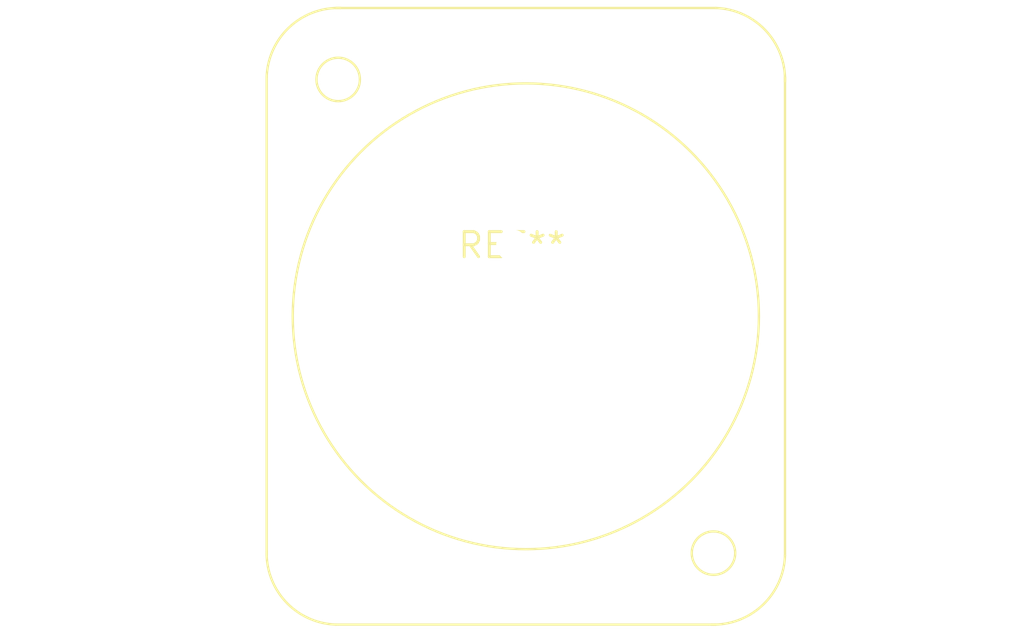
<source format=kicad_pcb>
(kicad_pcb (version 20240108) (generator pcbnew)
  (layers (0 "F.Cu" signal) (31 "B.Cu" signal) (34 "B.Paste" user) (35 "F.Paste" user) (36 "B.SilkS" user "B.Silkscreen") (37 "F.SilkS" user "F.Silkscreen") (38 "B.Mask" user) (39 "F.Mask" user) (44 "Edge.Cuts" user))
  (net 0 "")
  (footprint "Jack_speakON-6.35mm_Neutrik_NLJ2MDXX-V_Vertical" (layer "F.Cu") (at 0 0)
    (property "Reference" "REF**")
    (property "Value" "Jack_speakON-6.35mm_Neutrik_NLJ2MDXX-V_Vertical")
    (fp_line (start -12.42 15.72) (end -12.42 -8.52) (layer "F.SilkS") (stroke (width 0.12)))
    (fp_line (start -8.92 -12.02) (end 10.32 -12.02) (layer "F.SilkS") (stroke (width 0.12)))
    (fp_line (start -8.92 19.22) (end 10.32 19.22) (layer "F.SilkS") (stroke (width 0.12)))
    (fp_line (start 13.82 15.72) (end 13.82 -8.52) (layer "F.SilkS") (stroke (width 0.12)))
    (fp_arc (start -12.42 -8.52) (mid -11.274874 -11.044579) (end -8.68 -12.02) (layer "F.SilkS") (stroke (width 0.12)))
    (fp_arc (start -8.92 19.22) (mid -11.444579 18.074874) (end -12.42 15.48) (layer "F.SilkS") (stroke (width 0.12)))
    (fp_arc (start 10.32 -12.02) (mid 12.844579 -10.874874) (end 13.82 -8.28) (layer "F.SilkS") (stroke (width 0.12)))
    (fp_arc (start 13.82 15.72) (mid 12.674874 18.244579) (end 10.08 19.22) (layer "F.SilkS") (stroke (width 0.12)))
    (fp_circle (center -8.8 -8.4) (end -7.7 -8.4) (layer "F.SilkS") (stroke (width 0.12)) (fill none))
    (fp_circle (center 0.7 3.6) (end 12.5 3.6) (layer "F.SilkS") (stroke (width 0.12)) (fill none))
    (fp_circle (center 10.2 15.6) (end 11.3 15.6) (layer "F.SilkS") (stroke (width 0.12)) (fill none))
    (pad "" np_thru_hole circle (at 0 7.2) (size 1.6 1.6) (drill 1.6) (layers *.Cu *.Mask))
    (pad "" np_thru_hole circle (at 6.1 4.3) (size 1.6 1.6) (drill 1.6) (layers *.Cu *.Mask))
    (pad "1+" thru_hole circle (at 0 0) (size 3.4 3.4) (drill 1.6) (layers *.Cu *.Mask) (remove_unused_layers))
    (pad "1-" thru_hole circle (at -4.7 2.9) (size 3.4 3.4) (drill 1.6) (layers *.Cu *.Mask) (remove_unused_layers))
  )
)
</source>
